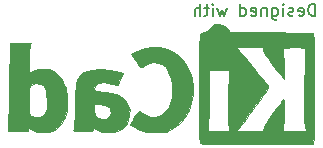
<source format=gbr>
G04 #@! TF.GenerationSoftware,KiCad,Pcbnew,(5.1.6)-1*
G04 #@! TF.CreationDate,2020-08-22T12:18:14-07:00*
G04 #@! TF.ProjectId,Ultra_Low_Noise_Bias_Supply,556c7472-615f-44c6-9f77-5f4e6f697365,rev?*
G04 #@! TF.SameCoordinates,Original*
G04 #@! TF.FileFunction,Legend,Bot*
G04 #@! TF.FilePolarity,Positive*
%FSLAX46Y46*%
G04 Gerber Fmt 4.6, Leading zero omitted, Abs format (unit mm)*
G04 Created by KiCad (PCBNEW (5.1.6)-1) date 2020-08-22 12:18:14*
%MOMM*%
%LPD*%
G01*
G04 APERTURE LIST*
%ADD10C,0.152400*%
%ADD11C,0.010000*%
G04 APERTURE END LIST*
D10*
X154940000Y-87327619D02*
X154940000Y-86311619D01*
X154698095Y-86311619D01*
X154552952Y-86360000D01*
X154456190Y-86456761D01*
X154407809Y-86553523D01*
X154359428Y-86747047D01*
X154359428Y-86892190D01*
X154407809Y-87085714D01*
X154456190Y-87182476D01*
X154552952Y-87279238D01*
X154698095Y-87327619D01*
X154940000Y-87327619D01*
X153536952Y-87279238D02*
X153633714Y-87327619D01*
X153827238Y-87327619D01*
X153924000Y-87279238D01*
X153972380Y-87182476D01*
X153972380Y-86795428D01*
X153924000Y-86698666D01*
X153827238Y-86650285D01*
X153633714Y-86650285D01*
X153536952Y-86698666D01*
X153488571Y-86795428D01*
X153488571Y-86892190D01*
X153972380Y-86988952D01*
X153101523Y-87279238D02*
X153004761Y-87327619D01*
X152811238Y-87327619D01*
X152714476Y-87279238D01*
X152666095Y-87182476D01*
X152666095Y-87134095D01*
X152714476Y-87037333D01*
X152811238Y-86988952D01*
X152956380Y-86988952D01*
X153053142Y-86940571D01*
X153101523Y-86843809D01*
X153101523Y-86795428D01*
X153053142Y-86698666D01*
X152956380Y-86650285D01*
X152811238Y-86650285D01*
X152714476Y-86698666D01*
X152230666Y-87327619D02*
X152230666Y-86650285D01*
X152230666Y-86311619D02*
X152279047Y-86360000D01*
X152230666Y-86408380D01*
X152182285Y-86360000D01*
X152230666Y-86311619D01*
X152230666Y-86408380D01*
X151311428Y-86650285D02*
X151311428Y-87472761D01*
X151359809Y-87569523D01*
X151408190Y-87617904D01*
X151504952Y-87666285D01*
X151650095Y-87666285D01*
X151746857Y-87617904D01*
X151311428Y-87279238D02*
X151408190Y-87327619D01*
X151601714Y-87327619D01*
X151698476Y-87279238D01*
X151746857Y-87230857D01*
X151795238Y-87134095D01*
X151795238Y-86843809D01*
X151746857Y-86747047D01*
X151698476Y-86698666D01*
X151601714Y-86650285D01*
X151408190Y-86650285D01*
X151311428Y-86698666D01*
X150827619Y-86650285D02*
X150827619Y-87327619D01*
X150827619Y-86747047D02*
X150779238Y-86698666D01*
X150682476Y-86650285D01*
X150537333Y-86650285D01*
X150440571Y-86698666D01*
X150392190Y-86795428D01*
X150392190Y-87327619D01*
X149521333Y-87279238D02*
X149618095Y-87327619D01*
X149811619Y-87327619D01*
X149908380Y-87279238D01*
X149956761Y-87182476D01*
X149956761Y-86795428D01*
X149908380Y-86698666D01*
X149811619Y-86650285D01*
X149618095Y-86650285D01*
X149521333Y-86698666D01*
X149472952Y-86795428D01*
X149472952Y-86892190D01*
X149956761Y-86988952D01*
X148602095Y-87327619D02*
X148602095Y-86311619D01*
X148602095Y-87279238D02*
X148698857Y-87327619D01*
X148892380Y-87327619D01*
X148989142Y-87279238D01*
X149037523Y-87230857D01*
X149085904Y-87134095D01*
X149085904Y-86843809D01*
X149037523Y-86747047D01*
X148989142Y-86698666D01*
X148892380Y-86650285D01*
X148698857Y-86650285D01*
X148602095Y-86698666D01*
X147440952Y-86650285D02*
X147247428Y-87327619D01*
X147053904Y-86843809D01*
X146860380Y-87327619D01*
X146666857Y-86650285D01*
X146279809Y-87327619D02*
X146279809Y-86650285D01*
X146279809Y-86311619D02*
X146328190Y-86360000D01*
X146279809Y-86408380D01*
X146231428Y-86360000D01*
X146279809Y-86311619D01*
X146279809Y-86408380D01*
X145941142Y-86650285D02*
X145554095Y-86650285D01*
X145795999Y-86311619D02*
X145795999Y-87182476D01*
X145747619Y-87279238D01*
X145650857Y-87327619D01*
X145554095Y-87327619D01*
X145215428Y-87327619D02*
X145215428Y-86311619D01*
X144779999Y-87327619D02*
X144779999Y-86795428D01*
X144828380Y-86698666D01*
X144925142Y-86650285D01*
X145070285Y-86650285D01*
X145167047Y-86698666D01*
X145215428Y-86747047D01*
D11*
G36*
X130220455Y-89589765D02*
G01*
X129989036Y-89595589D01*
X129074333Y-89619667D01*
X129032000Y-93260333D01*
X129021508Y-94031859D01*
X129008781Y-94752505D01*
X128994351Y-95404308D01*
X128978749Y-95969308D01*
X128962506Y-96429542D01*
X128946153Y-96767049D01*
X128930223Y-96963868D01*
X128921170Y-97006833D01*
X128926342Y-97055529D01*
X129031102Y-97087531D01*
X129256783Y-97105574D01*
X129624721Y-97112394D01*
X129746670Y-97112667D01*
X130144749Y-97110496D01*
X130403330Y-97100274D01*
X130552228Y-97076432D01*
X130621261Y-97033401D01*
X130640245Y-96965613D01*
X130640666Y-96945715D01*
X130650167Y-96853967D01*
X130703376Y-96832653D01*
X130837360Y-96885759D01*
X131034277Y-96988049D01*
X131435601Y-97132538D01*
X131901304Y-97196054D01*
X132360549Y-97174813D01*
X132715000Y-97077809D01*
X133065236Y-96849522D01*
X133398368Y-96504131D01*
X133670840Y-96091790D01*
X133780437Y-95851006D01*
X133861560Y-95610177D01*
X133910971Y-95377778D01*
X133933543Y-95105641D01*
X133933982Y-94843834D01*
X132246863Y-94843834D01*
X132218062Y-95178001D01*
X132215473Y-95192279D01*
X132083739Y-95577666D01*
X131859498Y-95821352D01*
X131542342Y-95923731D01*
X131457694Y-95927333D01*
X131183430Y-95896058D01*
X130951898Y-95818580D01*
X130913505Y-95795532D01*
X130839481Y-95735034D01*
X130787921Y-95655640D01*
X130754777Y-95528523D01*
X130736003Y-95324854D01*
X130727550Y-95015803D01*
X130725372Y-94572543D01*
X130725333Y-94455173D01*
X130726488Y-93980027D01*
X130732678Y-93646229D01*
X130747992Y-93425795D01*
X130776518Y-93290743D01*
X130822344Y-93213090D01*
X130889558Y-93164851D01*
X130915833Y-93151266D01*
X131287819Y-93036011D01*
X131629657Y-93061827D01*
X131908664Y-93221264D01*
X132049779Y-93409726D01*
X132134835Y-93663907D01*
X132199721Y-94027306D01*
X132238906Y-94440442D01*
X132246863Y-94843834D01*
X133933982Y-94843834D01*
X133934147Y-94745599D01*
X133924519Y-94426585D01*
X133905092Y-93996965D01*
X133876852Y-93686679D01*
X133829087Y-93445738D01*
X133751084Y-93224152D01*
X133632130Y-92971933D01*
X133598631Y-92905860D01*
X133403983Y-92561381D01*
X133212500Y-92322415D01*
X132976331Y-92133011D01*
X132890887Y-92078275D01*
X132625939Y-91931383D01*
X132389746Y-91854301D01*
X132104142Y-91826893D01*
X131909977Y-91825588D01*
X131510613Y-91850374D01*
X131212201Y-91926254D01*
X131035590Y-92013233D01*
X130725333Y-92196289D01*
X130725333Y-91050578D01*
X130731789Y-90603848D01*
X130749543Y-90214438D01*
X130776178Y-89917930D01*
X130809275Y-89749905D01*
X130814536Y-89738190D01*
X130846099Y-89665151D01*
X130829129Y-89618393D01*
X130736969Y-89593313D01*
X130542963Y-89585305D01*
X130220455Y-89589765D01*
G37*
X130220455Y-89589765D02*
X129989036Y-89595589D01*
X129074333Y-89619667D01*
X129032000Y-93260333D01*
X129021508Y-94031859D01*
X129008781Y-94752505D01*
X128994351Y-95404308D01*
X128978749Y-95969308D01*
X128962506Y-96429542D01*
X128946153Y-96767049D01*
X128930223Y-96963868D01*
X128921170Y-97006833D01*
X128926342Y-97055529D01*
X129031102Y-97087531D01*
X129256783Y-97105574D01*
X129624721Y-97112394D01*
X129746670Y-97112667D01*
X130144749Y-97110496D01*
X130403330Y-97100274D01*
X130552228Y-97076432D01*
X130621261Y-97033401D01*
X130640245Y-96965613D01*
X130640666Y-96945715D01*
X130650167Y-96853967D01*
X130703376Y-96832653D01*
X130837360Y-96885759D01*
X131034277Y-96988049D01*
X131435601Y-97132538D01*
X131901304Y-97196054D01*
X132360549Y-97174813D01*
X132715000Y-97077809D01*
X133065236Y-96849522D01*
X133398368Y-96504131D01*
X133670840Y-96091790D01*
X133780437Y-95851006D01*
X133861560Y-95610177D01*
X133910971Y-95377778D01*
X133933543Y-95105641D01*
X133933982Y-94843834D01*
X132246863Y-94843834D01*
X132218062Y-95178001D01*
X132215473Y-95192279D01*
X132083739Y-95577666D01*
X131859498Y-95821352D01*
X131542342Y-95923731D01*
X131457694Y-95927333D01*
X131183430Y-95896058D01*
X130951898Y-95818580D01*
X130913505Y-95795532D01*
X130839481Y-95735034D01*
X130787921Y-95655640D01*
X130754777Y-95528523D01*
X130736003Y-95324854D01*
X130727550Y-95015803D01*
X130725372Y-94572543D01*
X130725333Y-94455173D01*
X130726488Y-93980027D01*
X130732678Y-93646229D01*
X130747992Y-93425795D01*
X130776518Y-93290743D01*
X130822344Y-93213090D01*
X130889558Y-93164851D01*
X130915833Y-93151266D01*
X131287819Y-93036011D01*
X131629657Y-93061827D01*
X131908664Y-93221264D01*
X132049779Y-93409726D01*
X132134835Y-93663907D01*
X132199721Y-94027306D01*
X132238906Y-94440442D01*
X132246863Y-94843834D01*
X133933982Y-94843834D01*
X133934147Y-94745599D01*
X133924519Y-94426585D01*
X133905092Y-93996965D01*
X133876852Y-93686679D01*
X133829087Y-93445738D01*
X133751084Y-93224152D01*
X133632130Y-92971933D01*
X133598631Y-92905860D01*
X133403983Y-92561381D01*
X133212500Y-92322415D01*
X132976331Y-92133011D01*
X132890887Y-92078275D01*
X132625939Y-91931383D01*
X132389746Y-91854301D01*
X132104142Y-91826893D01*
X131909977Y-91825588D01*
X131510613Y-91850374D01*
X131212201Y-91926254D01*
X131035590Y-92013233D01*
X130725333Y-92196289D01*
X130725333Y-91050578D01*
X130731789Y-90603848D01*
X130749543Y-90214438D01*
X130776178Y-89917930D01*
X130809275Y-89749905D01*
X130814536Y-89738190D01*
X130846099Y-89665151D01*
X130829129Y-89618393D01*
X130736969Y-89593313D01*
X130542963Y-89585305D01*
X130220455Y-89589765D01*
G36*
X136058729Y-91872134D02*
G01*
X135594551Y-91990257D01*
X135234779Y-92201127D01*
X134954726Y-92515674D01*
X134892551Y-92614720D01*
X134818126Y-92745567D01*
X134761184Y-92868405D01*
X134718743Y-93008158D01*
X134687824Y-93189746D01*
X134665446Y-93438092D01*
X134648629Y-93778117D01*
X134634394Y-94234745D01*
X134619760Y-94832897D01*
X134617930Y-94911333D01*
X134602026Y-95469767D01*
X134582118Y-95976881D01*
X134559687Y-96406242D01*
X134536210Y-96731417D01*
X134513167Y-96925972D01*
X134503038Y-96964500D01*
X134484398Y-97031542D01*
X134523606Y-97074691D01*
X134648155Y-97099136D01*
X134885538Y-97110064D01*
X135263246Y-97112662D01*
X135288275Y-97112667D01*
X135676232Y-97110316D01*
X135925327Y-97099304D01*
X136066007Y-97073691D01*
X136128722Y-97027535D01*
X136143921Y-96954896D01*
X136144000Y-96945715D01*
X136153500Y-96853967D01*
X136206710Y-96832653D01*
X136340693Y-96885759D01*
X136537610Y-96988049D01*
X136912023Y-97123790D01*
X137356429Y-97192277D01*
X137798234Y-97188210D01*
X138163710Y-97106744D01*
X138586111Y-96864717D01*
X138912123Y-96530943D01*
X139013136Y-96364703D01*
X139207023Y-95828287D01*
X139224220Y-95536353D01*
X137664392Y-95536353D01*
X137559047Y-95811620D01*
X137312385Y-96008295D01*
X137244666Y-96036601D01*
X137056310Y-96083975D01*
X136864242Y-96065123D01*
X136662847Y-96003094D01*
X136425308Y-95877416D01*
X136288963Y-95680971D01*
X136233109Y-95376097D01*
X136228666Y-95213233D01*
X136228666Y-94826667D01*
X136656204Y-94826667D01*
X137040252Y-94865994D01*
X137357991Y-94972907D01*
X137568034Y-95130803D01*
X137615406Y-95211460D01*
X137664392Y-95536353D01*
X139224220Y-95536353D01*
X139236801Y-95322807D01*
X139103373Y-94854796D01*
X138807638Y-94430788D01*
X138736242Y-94358684D01*
X138435507Y-94116679D01*
X138093315Y-93944964D01*
X137671894Y-93830751D01*
X137133470Y-93761248D01*
X136927166Y-93746164D01*
X136540597Y-93709801D01*
X136309293Y-93649955D01*
X136219410Y-93551826D01*
X136257103Y-93400615D01*
X136404145Y-93187085D01*
X136534549Y-93053215D01*
X136692097Y-92986362D01*
X136938321Y-92964852D01*
X137037432Y-92964000D01*
X137378225Y-92991252D01*
X137714462Y-93060226D01*
X137839132Y-93101598D01*
X138053714Y-93178455D01*
X138191352Y-93210844D01*
X138212856Y-93207432D01*
X138258533Y-93118744D01*
X138348599Y-92918220D01*
X138455087Y-92669289D01*
X138667487Y-92162911D01*
X138019577Y-91999892D01*
X137495466Y-91900658D01*
X136921609Y-91843895D01*
X136652000Y-91835832D01*
X136058729Y-91872134D01*
G37*
X136058729Y-91872134D02*
X135594551Y-91990257D01*
X135234779Y-92201127D01*
X134954726Y-92515674D01*
X134892551Y-92614720D01*
X134818126Y-92745567D01*
X134761184Y-92868405D01*
X134718743Y-93008158D01*
X134687824Y-93189746D01*
X134665446Y-93438092D01*
X134648629Y-93778117D01*
X134634394Y-94234745D01*
X134619760Y-94832897D01*
X134617930Y-94911333D01*
X134602026Y-95469767D01*
X134582118Y-95976881D01*
X134559687Y-96406242D01*
X134536210Y-96731417D01*
X134513167Y-96925972D01*
X134503038Y-96964500D01*
X134484398Y-97031542D01*
X134523606Y-97074691D01*
X134648155Y-97099136D01*
X134885538Y-97110064D01*
X135263246Y-97112662D01*
X135288275Y-97112667D01*
X135676232Y-97110316D01*
X135925327Y-97099304D01*
X136066007Y-97073691D01*
X136128722Y-97027535D01*
X136143921Y-96954896D01*
X136144000Y-96945715D01*
X136153500Y-96853967D01*
X136206710Y-96832653D01*
X136340693Y-96885759D01*
X136537610Y-96988049D01*
X136912023Y-97123790D01*
X137356429Y-97192277D01*
X137798234Y-97188210D01*
X138163710Y-97106744D01*
X138586111Y-96864717D01*
X138912123Y-96530943D01*
X139013136Y-96364703D01*
X139207023Y-95828287D01*
X139224220Y-95536353D01*
X137664392Y-95536353D01*
X137559047Y-95811620D01*
X137312385Y-96008295D01*
X137244666Y-96036601D01*
X137056310Y-96083975D01*
X136864242Y-96065123D01*
X136662847Y-96003094D01*
X136425308Y-95877416D01*
X136288963Y-95680971D01*
X136233109Y-95376097D01*
X136228666Y-95213233D01*
X136228666Y-94826667D01*
X136656204Y-94826667D01*
X137040252Y-94865994D01*
X137357991Y-94972907D01*
X137568034Y-95130803D01*
X137615406Y-95211460D01*
X137664392Y-95536353D01*
X139224220Y-95536353D01*
X139236801Y-95322807D01*
X139103373Y-94854796D01*
X138807638Y-94430788D01*
X138736242Y-94358684D01*
X138435507Y-94116679D01*
X138093315Y-93944964D01*
X137671894Y-93830751D01*
X137133470Y-93761248D01*
X136927166Y-93746164D01*
X136540597Y-93709801D01*
X136309293Y-93649955D01*
X136219410Y-93551826D01*
X136257103Y-93400615D01*
X136404145Y-93187085D01*
X136534549Y-93053215D01*
X136692097Y-92986362D01*
X136938321Y-92964852D01*
X137037432Y-92964000D01*
X137378225Y-92991252D01*
X137714462Y-93060226D01*
X137839132Y-93101598D01*
X138053714Y-93178455D01*
X138191352Y-93210844D01*
X138212856Y-93207432D01*
X138258533Y-93118744D01*
X138348599Y-92918220D01*
X138455087Y-92669289D01*
X138667487Y-92162911D01*
X138019577Y-91999892D01*
X137495466Y-91900658D01*
X136921609Y-91843895D01*
X136652000Y-91835832D01*
X136058729Y-91872134D01*
G36*
X141034066Y-89953911D02*
G01*
X140305632Y-90123231D01*
X139724300Y-90369549D01*
X139361937Y-90553707D01*
X139744418Y-91123853D01*
X139925715Y-91387831D01*
X140070492Y-91586966D01*
X140154199Y-91687873D01*
X140163690Y-91694000D01*
X140249628Y-91650758D01*
X140423435Y-91541693D01*
X140512388Y-91482333D01*
X140857605Y-91329490D01*
X141267726Y-91266462D01*
X141673594Y-91296691D01*
X141982626Y-91409141D01*
X142284654Y-91678790D01*
X142526576Y-92075180D01*
X142703069Y-92564824D01*
X142808807Y-93114234D01*
X142838465Y-93689926D01*
X142786720Y-94258410D01*
X142648246Y-94786202D01*
X142554421Y-95005164D01*
X142262966Y-95437032D01*
X141896733Y-95732195D01*
X141480490Y-95884867D01*
X141039009Y-95889260D01*
X140597058Y-95739587D01*
X140292940Y-95533571D01*
X140123735Y-95403222D01*
X140017497Y-95343897D01*
X140004298Y-95345298D01*
X139917534Y-95467065D01*
X139785628Y-95674250D01*
X139632966Y-95925586D01*
X139483938Y-96179807D01*
X139362931Y-96395648D01*
X139294334Y-96531842D01*
X139287719Y-96557793D01*
X139373146Y-96608116D01*
X139569355Y-96713134D01*
X139835943Y-96851277D01*
X139869333Y-96868336D01*
X140144098Y-97000819D01*
X140376669Y-97085419D01*
X140623152Y-97134270D01*
X140939652Y-97159507D01*
X141266333Y-97170483D01*
X141651729Y-97172915D01*
X141993360Y-97161908D01*
X142242485Y-97139662D01*
X142324666Y-97122713D01*
X142942000Y-96837220D01*
X143470287Y-96427025D01*
X143905058Y-95914123D01*
X144241846Y-95320511D01*
X144476180Y-94668185D01*
X144603591Y-93979140D01*
X144619612Y-93275373D01*
X144519771Y-92578879D01*
X144299601Y-91911656D01*
X143954632Y-91295698D01*
X143596077Y-90865022D01*
X143031150Y-90401905D01*
X142408233Y-90094708D01*
X141738735Y-89944889D01*
X141034066Y-89953911D01*
G37*
X141034066Y-89953911D02*
X140305632Y-90123231D01*
X139724300Y-90369549D01*
X139361937Y-90553707D01*
X139744418Y-91123853D01*
X139925715Y-91387831D01*
X140070492Y-91586966D01*
X140154199Y-91687873D01*
X140163690Y-91694000D01*
X140249628Y-91650758D01*
X140423435Y-91541693D01*
X140512388Y-91482333D01*
X140857605Y-91329490D01*
X141267726Y-91266462D01*
X141673594Y-91296691D01*
X141982626Y-91409141D01*
X142284654Y-91678790D01*
X142526576Y-92075180D01*
X142703069Y-92564824D01*
X142808807Y-93114234D01*
X142838465Y-93689926D01*
X142786720Y-94258410D01*
X142648246Y-94786202D01*
X142554421Y-95005164D01*
X142262966Y-95437032D01*
X141896733Y-95732195D01*
X141480490Y-95884867D01*
X141039009Y-95889260D01*
X140597058Y-95739587D01*
X140292940Y-95533571D01*
X140123735Y-95403222D01*
X140017497Y-95343897D01*
X140004298Y-95345298D01*
X139917534Y-95467065D01*
X139785628Y-95674250D01*
X139632966Y-95925586D01*
X139483938Y-96179807D01*
X139362931Y-96395648D01*
X139294334Y-96531842D01*
X139287719Y-96557793D01*
X139373146Y-96608116D01*
X139569355Y-96713134D01*
X139835943Y-96851277D01*
X139869333Y-96868336D01*
X140144098Y-97000819D01*
X140376669Y-97085419D01*
X140623152Y-97134270D01*
X140939652Y-97159507D01*
X141266333Y-97170483D01*
X141651729Y-97172915D01*
X141993360Y-97161908D01*
X142242485Y-97139662D01*
X142324666Y-97122713D01*
X142942000Y-96837220D01*
X143470287Y-96427025D01*
X143905058Y-95914123D01*
X144241846Y-95320511D01*
X144476180Y-94668185D01*
X144603591Y-93979140D01*
X144619612Y-93275373D01*
X144519771Y-92578879D01*
X144299601Y-91911656D01*
X143954632Y-91295698D01*
X143596077Y-90865022D01*
X143031150Y-90401905D01*
X142408233Y-90094708D01*
X141738735Y-89944889D01*
X141034066Y-89953911D01*
G36*
X146394408Y-88057550D02*
G01*
X146089510Y-88259668D01*
X145951066Y-88439501D01*
X145789474Y-88648757D01*
X145610099Y-88727259D01*
X145550570Y-88730667D01*
X145341535Y-88766236D01*
X145220266Y-88832266D01*
X145196596Y-88899351D01*
X145176529Y-89056163D01*
X145159847Y-89312670D01*
X145146334Y-89678841D01*
X145135770Y-90164644D01*
X145127940Y-90780050D01*
X145122624Y-91535025D01*
X145119605Y-92439539D01*
X145118666Y-93485954D01*
X145118845Y-94479695D01*
X145119700Y-95317684D01*
X145121711Y-96013504D01*
X145125357Y-96580735D01*
X145131117Y-97032959D01*
X145139472Y-97383759D01*
X145150900Y-97646715D01*
X145165880Y-97835410D01*
X145184893Y-97963425D01*
X145208418Y-98044342D01*
X145236933Y-98091743D01*
X145270919Y-98119208D01*
X145282434Y-98125688D01*
X145391974Y-98140128D01*
X145651847Y-98153391D01*
X146043055Y-98165415D01*
X146546602Y-98176135D01*
X147143491Y-98185489D01*
X147814724Y-98193412D01*
X148541304Y-98199842D01*
X149304234Y-98204716D01*
X150084518Y-98207969D01*
X150863158Y-98209539D01*
X151621157Y-98209362D01*
X152339518Y-98207374D01*
X152999244Y-98203514D01*
X153581338Y-98197716D01*
X154066802Y-98189918D01*
X154436641Y-98180056D01*
X154671856Y-98168068D01*
X154749500Y-98157260D01*
X154773419Y-98113202D01*
X154793711Y-97994544D01*
X154810624Y-97790308D01*
X154824405Y-97489517D01*
X154834463Y-97112667D01*
X154266570Y-97112667D01*
X153197227Y-97112667D01*
X152756373Y-97111018D01*
X152459686Y-97103580D01*
X152282011Y-97086618D01*
X152198195Y-97056395D01*
X152183081Y-97009175D01*
X152199671Y-96964500D01*
X152228746Y-96831804D01*
X152253779Y-96583247D01*
X152274164Y-96251838D01*
X152289294Y-95870590D01*
X152298562Y-95472514D01*
X152301361Y-95090620D01*
X152297084Y-94757922D01*
X152285124Y-94507429D01*
X152264875Y-94372152D01*
X152247539Y-94361000D01*
X152171504Y-94457828D01*
X152016879Y-94663738D01*
X151804481Y-94950729D01*
X151555127Y-95290799D01*
X151492243Y-95377000D01*
X151126132Y-95888557D01*
X150857718Y-96286506D01*
X150676896Y-96587824D01*
X150573561Y-96809487D01*
X150537611Y-96968473D01*
X150537333Y-96981462D01*
X150515801Y-97034663D01*
X150434590Y-97071530D01*
X150268776Y-97094883D01*
X149993435Y-97107541D01*
X149583645Y-97112326D01*
X149377724Y-97112667D01*
X148218116Y-97112667D01*
X148310888Y-97014738D01*
X147690002Y-97014738D01*
X147676282Y-97063194D01*
X147590892Y-97092274D01*
X147407950Y-97106918D01*
X147101574Y-97112066D01*
X146763587Y-97112667D01*
X146343496Y-97110816D01*
X146066753Y-97102455D01*
X145907385Y-97083371D01*
X145839421Y-97049349D01*
X145836892Y-96996175D01*
X145850365Y-96964500D01*
X145869860Y-96844139D01*
X145889111Y-96577336D01*
X145907257Y-96186980D01*
X145923433Y-95695961D01*
X145936777Y-95127169D01*
X145946426Y-94503494D01*
X145947755Y-94382167D01*
X145972662Y-91948000D01*
X146794497Y-91947936D01*
X147616333Y-91947872D01*
X147591455Y-94359568D01*
X147586163Y-95210454D01*
X147589590Y-95892530D01*
X147601743Y-96406098D01*
X147622631Y-96751457D01*
X147652260Y-96928907D01*
X147657934Y-96941965D01*
X147690002Y-97014738D01*
X148310888Y-97014738D01*
X148478794Y-96837500D01*
X148603327Y-96689825D01*
X148808219Y-96428102D01*
X149075490Y-96076135D01*
X149387158Y-95657728D01*
X149725244Y-95196685D01*
X149894744Y-94962920D01*
X150265346Y-94447244D01*
X150545140Y-94050134D01*
X150744455Y-93754340D01*
X150873620Y-93542618D01*
X150942965Y-93397719D01*
X150962819Y-93302397D01*
X150943512Y-93239404D01*
X150934261Y-93227253D01*
X150844194Y-93116927D01*
X150669505Y-92899389D01*
X150430637Y-92600224D01*
X150148034Y-92245018D01*
X149945920Y-91990333D01*
X149615015Y-91579037D01*
X149282751Y-91176738D01*
X148979201Y-90819128D01*
X148734438Y-90541903D01*
X148644059Y-90445167D01*
X148214784Y-90000667D01*
X150537333Y-90000667D01*
X150537333Y-90208708D01*
X150588406Y-90353933D01*
X150728772Y-90601638D01*
X150939150Y-90924357D01*
X151200260Y-91294624D01*
X151492822Y-91684973D01*
X151797556Y-92067939D01*
X152055447Y-92371333D01*
X152316967Y-92667667D01*
X152291548Y-91482333D01*
X152277521Y-91040475D01*
X152256688Y-90651100D01*
X152231569Y-90349759D01*
X152204685Y-90172002D01*
X152197007Y-90148833D01*
X152180249Y-90086775D01*
X152215561Y-90044905D01*
X152328507Y-90019298D01*
X152544651Y-90006030D01*
X152889558Y-90001174D01*
X153162000Y-90000667D01*
X153594195Y-90002392D01*
X153882548Y-90010187D01*
X154052537Y-90027977D01*
X154129639Y-90059687D01*
X154139332Y-90109244D01*
X154123558Y-90148833D01*
X154106609Y-90264605D01*
X154089798Y-90530139D01*
X154073689Y-90925864D01*
X154058846Y-91432210D01*
X154045833Y-92029605D01*
X154035213Y-92698479D01*
X154027551Y-93419261D01*
X154026893Y-93503540D01*
X154021345Y-94339501D01*
X154018848Y-95022589D01*
X154019923Y-95569244D01*
X154025089Y-95995908D01*
X154034867Y-96319022D01*
X154049776Y-96555026D01*
X154070337Y-96720362D01*
X154097069Y-96831470D01*
X154130493Y-96904791D01*
X154134678Y-96911374D01*
X154266570Y-97112667D01*
X154834463Y-97112667D01*
X154835304Y-97081192D01*
X154843567Y-96554356D01*
X154849444Y-95898032D01*
X154853182Y-95101242D01*
X154855029Y-94153008D01*
X154855333Y-93474003D01*
X154854946Y-92462469D01*
X154853536Y-91607213D01*
X154850731Y-90895181D01*
X154846157Y-90313319D01*
X154839443Y-89848571D01*
X154830216Y-89487885D01*
X154818103Y-89218206D01*
X154802731Y-89026479D01*
X154783729Y-88899651D01*
X154760722Y-88824667D01*
X154733340Y-88788473D01*
X154721408Y-88782058D01*
X154609908Y-88770880D01*
X154347782Y-88760513D01*
X153953741Y-88751229D01*
X153446490Y-88743299D01*
X152844739Y-88736996D01*
X152167196Y-88732591D01*
X151432568Y-88730355D01*
X151144242Y-88730131D01*
X147701000Y-88729596D01*
X147557172Y-88476831D01*
X147380589Y-88267882D01*
X147141539Y-88095120D01*
X147115608Y-88082085D01*
X146751102Y-87993855D01*
X146394408Y-88057550D01*
G37*
X146394408Y-88057550D02*
X146089510Y-88259668D01*
X145951066Y-88439501D01*
X145789474Y-88648757D01*
X145610099Y-88727259D01*
X145550570Y-88730667D01*
X145341535Y-88766236D01*
X145220266Y-88832266D01*
X145196596Y-88899351D01*
X145176529Y-89056163D01*
X145159847Y-89312670D01*
X145146334Y-89678841D01*
X145135770Y-90164644D01*
X145127940Y-90780050D01*
X145122624Y-91535025D01*
X145119605Y-92439539D01*
X145118666Y-93485954D01*
X145118845Y-94479695D01*
X145119700Y-95317684D01*
X145121711Y-96013504D01*
X145125357Y-96580735D01*
X145131117Y-97032959D01*
X145139472Y-97383759D01*
X145150900Y-97646715D01*
X145165880Y-97835410D01*
X145184893Y-97963425D01*
X145208418Y-98044342D01*
X145236933Y-98091743D01*
X145270919Y-98119208D01*
X145282434Y-98125688D01*
X145391974Y-98140128D01*
X145651847Y-98153391D01*
X146043055Y-98165415D01*
X146546602Y-98176135D01*
X147143491Y-98185489D01*
X147814724Y-98193412D01*
X148541304Y-98199842D01*
X149304234Y-98204716D01*
X150084518Y-98207969D01*
X150863158Y-98209539D01*
X151621157Y-98209362D01*
X152339518Y-98207374D01*
X152999244Y-98203514D01*
X153581338Y-98197716D01*
X154066802Y-98189918D01*
X154436641Y-98180056D01*
X154671856Y-98168068D01*
X154749500Y-98157260D01*
X154773419Y-98113202D01*
X154793711Y-97994544D01*
X154810624Y-97790308D01*
X154824405Y-97489517D01*
X154834463Y-97112667D01*
X154266570Y-97112667D01*
X153197227Y-97112667D01*
X152756373Y-97111018D01*
X152459686Y-97103580D01*
X152282011Y-97086618D01*
X152198195Y-97056395D01*
X152183081Y-97009175D01*
X152199671Y-96964500D01*
X152228746Y-96831804D01*
X152253779Y-96583247D01*
X152274164Y-96251838D01*
X152289294Y-95870590D01*
X152298562Y-95472514D01*
X152301361Y-95090620D01*
X152297084Y-94757922D01*
X152285124Y-94507429D01*
X152264875Y-94372152D01*
X152247539Y-94361000D01*
X152171504Y-94457828D01*
X152016879Y-94663738D01*
X151804481Y-94950729D01*
X151555127Y-95290799D01*
X151492243Y-95377000D01*
X151126132Y-95888557D01*
X150857718Y-96286506D01*
X150676896Y-96587824D01*
X150573561Y-96809487D01*
X150537611Y-96968473D01*
X150537333Y-96981462D01*
X150515801Y-97034663D01*
X150434590Y-97071530D01*
X150268776Y-97094883D01*
X149993435Y-97107541D01*
X149583645Y-97112326D01*
X149377724Y-97112667D01*
X148218116Y-97112667D01*
X148310888Y-97014738D01*
X147690002Y-97014738D01*
X147676282Y-97063194D01*
X147590892Y-97092274D01*
X147407950Y-97106918D01*
X147101574Y-97112066D01*
X146763587Y-97112667D01*
X146343496Y-97110816D01*
X146066753Y-97102455D01*
X145907385Y-97083371D01*
X145839421Y-97049349D01*
X145836892Y-96996175D01*
X145850365Y-96964500D01*
X145869860Y-96844139D01*
X145889111Y-96577336D01*
X145907257Y-96186980D01*
X145923433Y-95695961D01*
X145936777Y-95127169D01*
X145946426Y-94503494D01*
X145947755Y-94382167D01*
X145972662Y-91948000D01*
X146794497Y-91947936D01*
X147616333Y-91947872D01*
X147591455Y-94359568D01*
X147586163Y-95210454D01*
X147589590Y-95892530D01*
X147601743Y-96406098D01*
X147622631Y-96751457D01*
X147652260Y-96928907D01*
X147657934Y-96941965D01*
X147690002Y-97014738D01*
X148310888Y-97014738D01*
X148478794Y-96837500D01*
X148603327Y-96689825D01*
X148808219Y-96428102D01*
X149075490Y-96076135D01*
X149387158Y-95657728D01*
X149725244Y-95196685D01*
X149894744Y-94962920D01*
X150265346Y-94447244D01*
X150545140Y-94050134D01*
X150744455Y-93754340D01*
X150873620Y-93542618D01*
X150942965Y-93397719D01*
X150962819Y-93302397D01*
X150943512Y-93239404D01*
X150934261Y-93227253D01*
X150844194Y-93116927D01*
X150669505Y-92899389D01*
X150430637Y-92600224D01*
X150148034Y-92245018D01*
X149945920Y-91990333D01*
X149615015Y-91579037D01*
X149282751Y-91176738D01*
X148979201Y-90819128D01*
X148734438Y-90541903D01*
X148644059Y-90445167D01*
X148214784Y-90000667D01*
X150537333Y-90000667D01*
X150537333Y-90208708D01*
X150588406Y-90353933D01*
X150728772Y-90601638D01*
X150939150Y-90924357D01*
X151200260Y-91294624D01*
X151492822Y-91684973D01*
X151797556Y-92067939D01*
X152055447Y-92371333D01*
X152316967Y-92667667D01*
X152291548Y-91482333D01*
X152277521Y-91040475D01*
X152256688Y-90651100D01*
X152231569Y-90349759D01*
X152204685Y-90172002D01*
X152197007Y-90148833D01*
X152180249Y-90086775D01*
X152215561Y-90044905D01*
X152328507Y-90019298D01*
X152544651Y-90006030D01*
X152889558Y-90001174D01*
X153162000Y-90000667D01*
X153594195Y-90002392D01*
X153882548Y-90010187D01*
X154052537Y-90027977D01*
X154129639Y-90059687D01*
X154139332Y-90109244D01*
X154123558Y-90148833D01*
X154106609Y-90264605D01*
X154089798Y-90530139D01*
X154073689Y-90925864D01*
X154058846Y-91432210D01*
X154045833Y-92029605D01*
X154035213Y-92698479D01*
X154027551Y-93419261D01*
X154026893Y-93503540D01*
X154021345Y-94339501D01*
X154018848Y-95022589D01*
X154019923Y-95569244D01*
X154025089Y-95995908D01*
X154034867Y-96319022D01*
X154049776Y-96555026D01*
X154070337Y-96720362D01*
X154097069Y-96831470D01*
X154130493Y-96904791D01*
X154134678Y-96911374D01*
X154266570Y-97112667D01*
X154834463Y-97112667D01*
X154835304Y-97081192D01*
X154843567Y-96554356D01*
X154849444Y-95898032D01*
X154853182Y-95101242D01*
X154855029Y-94153008D01*
X154855333Y-93474003D01*
X154854946Y-92462469D01*
X154853536Y-91607213D01*
X154850731Y-90895181D01*
X154846157Y-90313319D01*
X154839443Y-89848571D01*
X154830216Y-89487885D01*
X154818103Y-89218206D01*
X154802731Y-89026479D01*
X154783729Y-88899651D01*
X154760722Y-88824667D01*
X154733340Y-88788473D01*
X154721408Y-88782058D01*
X154609908Y-88770880D01*
X154347782Y-88760513D01*
X153953741Y-88751229D01*
X153446490Y-88743299D01*
X152844739Y-88736996D01*
X152167196Y-88732591D01*
X151432568Y-88730355D01*
X151144242Y-88730131D01*
X147701000Y-88729596D01*
X147557172Y-88476831D01*
X147380589Y-88267882D01*
X147141539Y-88095120D01*
X147115608Y-88082085D01*
X146751102Y-87993855D01*
X146394408Y-88057550D01*
M02*

</source>
